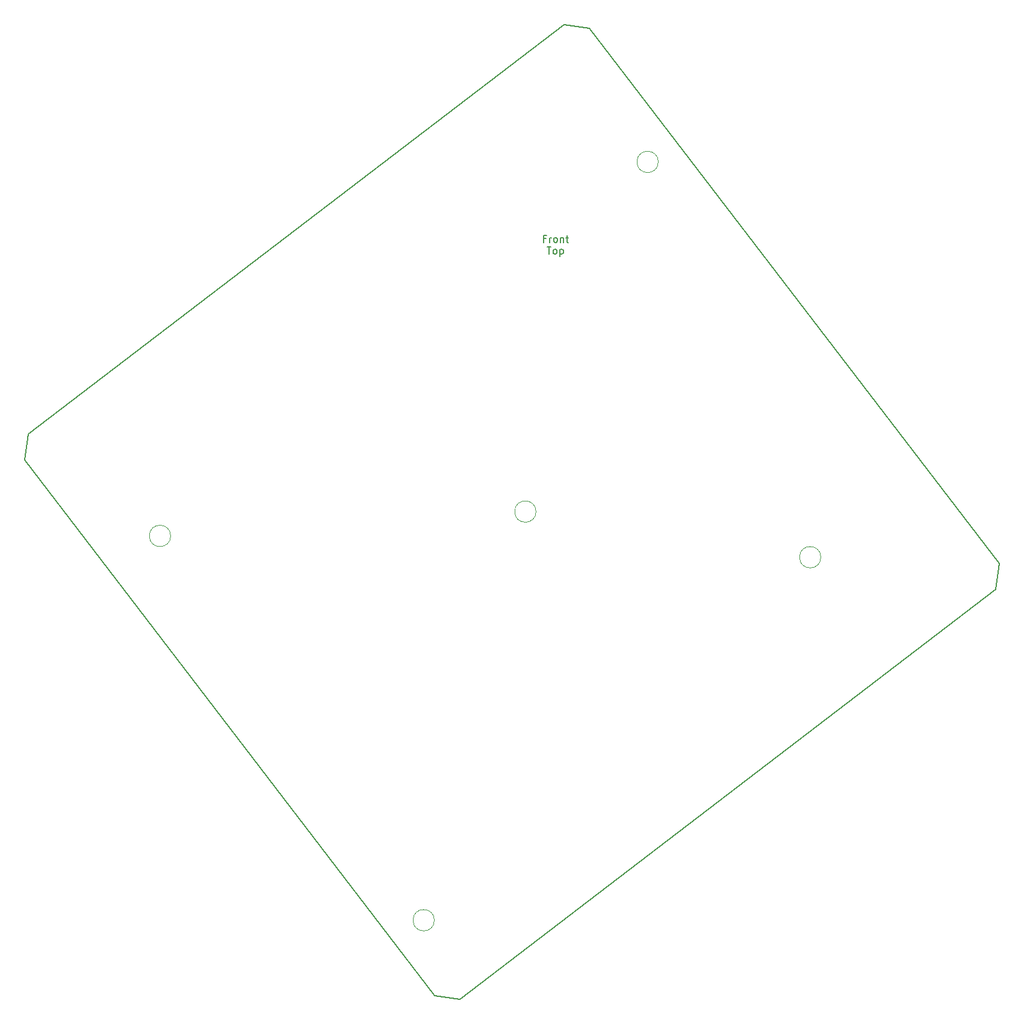
<source format=gto>
G04 #@! TF.GenerationSoftware,KiCad,Pcbnew,5.1.9+dfsg1-1+deb11u1*
G04 #@! TF.CreationDate,2024-07-30T12:46:16+01:00*
G04 #@! TF.ProjectId,drivers,64726976-6572-4732-9e6b-696361645f70,rev?*
G04 #@! TF.SameCoordinates,Original*
G04 #@! TF.FileFunction,Legend,Top*
G04 #@! TF.FilePolarity,Positive*
%FSLAX46Y46*%
G04 Gerber Fmt 4.6, Leading zero omitted, Abs format (unit mm)*
G04 Created by KiCad (PCBNEW 5.1.9+dfsg1-1+deb11u1) date 2024-07-30 12:46:16*
%MOMM*%
%LPD*%
G01*
G04 APERTURE LIST*
G04 #@! TA.AperFunction,Profile*
%ADD10C,0.050000*%
G04 #@! TD*
G04 #@! TA.AperFunction,Profile*
%ADD11C,0.150000*%
G04 #@! TD*
%ADD12C,0.150000*%
%ADD13C,1.800000*%
%ADD14R,1.800000X1.800000*%
G04 APERTURE END LIST*
D10*
X89068477Y-157426062D02*
G75*
G03*
X89068477Y-157426062I-1500000J0D01*
G01*
X120564477Y-50770062D02*
G75*
G03*
X120564477Y-50770062I-1500000J0D01*
G01*
X143424477Y-106372062D02*
G75*
G03*
X143424477Y-106372062I-1500000J0D01*
G01*
X51984477Y-103372062D02*
G75*
G03*
X51984477Y-103372062I-1500000J0D01*
G01*
D11*
X168510657Y-107287602D02*
X168025517Y-110929962D01*
X31975497Y-89073262D02*
X31487817Y-92710542D01*
X92706897Y-168514302D02*
X89074697Y-168029162D01*
X107296657Y-31483842D02*
X110908537Y-31951202D01*
D12*
X104753334Y-61557633D02*
X104420000Y-61557633D01*
X104420000Y-62081442D02*
X104420000Y-61081442D01*
X104896191Y-61081442D01*
X105277143Y-62081442D02*
X105277143Y-61414776D01*
X105277143Y-61605252D02*
X105324762Y-61510014D01*
X105372381Y-61462395D01*
X105467619Y-61414776D01*
X105562857Y-61414776D01*
X106039048Y-62081442D02*
X105943810Y-62033823D01*
X105896191Y-61986204D01*
X105848572Y-61890966D01*
X105848572Y-61605252D01*
X105896191Y-61510014D01*
X105943810Y-61462395D01*
X106039048Y-61414776D01*
X106181905Y-61414776D01*
X106277143Y-61462395D01*
X106324762Y-61510014D01*
X106372381Y-61605252D01*
X106372381Y-61890966D01*
X106324762Y-61986204D01*
X106277143Y-62033823D01*
X106181905Y-62081442D01*
X106039048Y-62081442D01*
X106800953Y-61414776D02*
X106800953Y-62081442D01*
X106800953Y-61510014D02*
X106848572Y-61462395D01*
X106943810Y-61414776D01*
X107086667Y-61414776D01*
X107181905Y-61462395D01*
X107229524Y-61557633D01*
X107229524Y-62081442D01*
X107562857Y-61414776D02*
X107943810Y-61414776D01*
X107705715Y-61081442D02*
X107705715Y-61938585D01*
X107753334Y-62033823D01*
X107848572Y-62081442D01*
X107943810Y-62081442D01*
X104920000Y-62731442D02*
X105491429Y-62731442D01*
X105205715Y-63731442D02*
X105205715Y-62731442D01*
X105967619Y-63731442D02*
X105872381Y-63683823D01*
X105824762Y-63636204D01*
X105777143Y-63540966D01*
X105777143Y-63255252D01*
X105824762Y-63160014D01*
X105872381Y-63112395D01*
X105967619Y-63064776D01*
X106110477Y-63064776D01*
X106205715Y-63112395D01*
X106253334Y-63160014D01*
X106300953Y-63255252D01*
X106300953Y-63540966D01*
X106253334Y-63636204D01*
X106205715Y-63683823D01*
X106110477Y-63731442D01*
X105967619Y-63731442D01*
X106729524Y-63064776D02*
X106729524Y-64064776D01*
X106729524Y-63112395D02*
X106824762Y-63064776D01*
X107015238Y-63064776D01*
X107110477Y-63112395D01*
X107158096Y-63160014D01*
X107205715Y-63255252D01*
X107205715Y-63540966D01*
X107158096Y-63636204D01*
X107110477Y-63683823D01*
X107015238Y-63731442D01*
X106824762Y-63731442D01*
X106729524Y-63683823D01*
D11*
X92706897Y-168514302D02*
X168025517Y-110929962D01*
X168510657Y-107287602D02*
X110908537Y-31951202D01*
X31975497Y-89073262D02*
X107296657Y-31483842D01*
X89074697Y-168029162D02*
X31487817Y-92710542D01*
D10*
X103370000Y-99951320D02*
G75*
G03*
X103370000Y-99951320I-1500000J0D01*
G01*
%LPC*%
D13*
X97484089Y-90610486D03*
D14*
X160999412Y-106473216D03*
X98141489Y-93063938D03*
X93324310Y-90466117D03*
X87784864Y-91446859D03*
X82974182Y-95437930D03*
X96431602Y-79762476D03*
X88683876Y-80399837D03*
X81195598Y-84221183D03*
X75257910Y-90994566D03*
X106925511Y-74153835D03*
X97524136Y-71700073D03*
X87333737Y-72836949D03*
X77754778Y-77754666D03*
X111365416Y-68774046D03*
X100000104Y-65416548D03*
X87725815Y-66276612D03*
X78166096Y-131181806D03*
X89839052Y-137920589D03*
X103522366Y-140262726D03*
X117556827Y-137651159D03*
X72416832Y-132872033D03*
X84959012Y-141324156D03*
X99999773Y-145016607D03*
X115744334Y-143257908D03*
X66570775Y-133428856D03*
X79609763Y-143726347D03*
X95711718Y-149011905D03*
X112975293Y-148425653D03*
X84751055Y-148362405D03*
X101066678Y-152562298D03*
X90785752Y-152254480D03*
X47430638Y-82181328D03*
X155405119Y-108531957D03*
X43510000Y-106190000D03*
X106312274Y-42205966D03*
X101410000Y-41470000D03*
X157698852Y-113989468D03*
X40742051Y-96513347D03*
X110496779Y-40472920D03*
X95660000Y-161810000D03*
X104048316Y-36407720D03*
X36260000Y-95420000D03*
X93044912Y-164917920D03*
X165870000Y-106970000D03*
D13*
X96520051Y-96811214D03*
X100535924Y-106125638D03*
X104410827Y-94251699D03*
X91954120Y-101418705D03*
X107577395Y-104827335D03*
X95198809Y-109222998D03*
X110363000Y-96228179D03*
X94719777Y-59891607D03*
X76709204Y-133262446D03*
X139790982Y-91178704D03*
X64573156Y-79546128D03*
X112346035Y-139157128D03*
X154664068Y-93943054D03*
X61792553Y-115825874D03*
X139000543Y-114195204D03*
X111029568Y-44583000D03*
X162345406Y-104319174D03*
X156377135Y-106185303D03*
X42246701Y-91072607D03*
X79677765Y-152266742D03*
X39882458Y-85141438D03*
X45849450Y-84169152D03*
X110937867Y-37971512D03*
D14*
X76122098Y-71543224D03*
X109364467Y-153110749D03*
X109988644Y-33685157D03*
X90040000Y-166640000D03*
X84012477Y-105126062D03*
X80710477Y-133066062D03*
X135574477Y-76678062D03*
D13*
X62930477Y-105126062D03*
D14*
X62930477Y-102586062D03*
D13*
X104332477Y-126970062D03*
D14*
X104332477Y-129510062D03*
D13*
X116016477Y-78202062D03*
D14*
X116016477Y-75662062D03*
D13*
X84012477Y-102586062D03*
X83250477Y-133066062D03*
X135574477Y-74138062D03*
M02*

</source>
